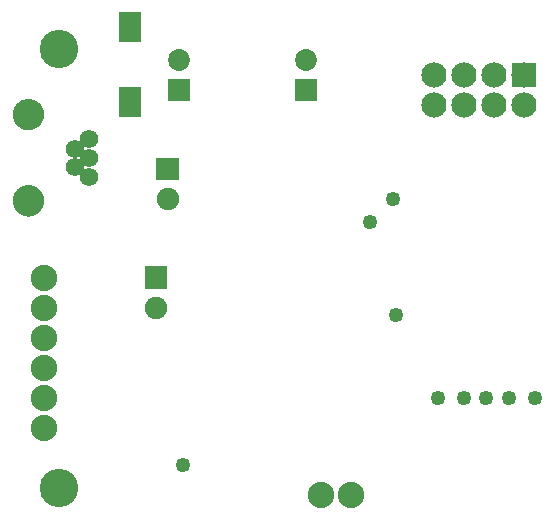
<source format=gbs>
G04 MADE WITH FRITZING*
G04 WWW.FRITZING.ORG*
G04 DOUBLE SIDED*
G04 HOLES PLATED*
G04 CONTOUR ON CENTER OF CONTOUR VECTOR*
%ASAXBY*%
%FSLAX23Y23*%
%MOIN*%
%OFA0B0*%
%SFA1.0B1.0*%
%ADD10C,0.084000*%
%ADD11C,0.049370*%
%ADD12C,0.072992*%
%ADD13C,0.128110*%
%ADD14C,0.061496*%
%ADD15C,0.074803*%
%ADD16C,0.088000*%
%ADD17C,0.075000*%
%ADD18R,0.084000X0.084000*%
%ADD19R,0.072992X0.072992*%
%ADD20R,0.072992X0.100551*%
%ADD21R,0.001000X0.001000*%
%LNMASK0*%
G90*
G70*
G54D10*
X1701Y1415D03*
X1601Y1415D03*
X1501Y1415D03*
X1401Y1415D03*
X1701Y1515D03*
X1601Y1515D03*
X1501Y1515D03*
X1401Y1515D03*
G54D11*
X1739Y440D03*
X1501Y440D03*
X1651Y440D03*
X1577Y439D03*
G54D12*
X551Y1466D03*
X551Y1565D03*
X976Y1466D03*
X976Y1565D03*
G54D11*
X1264Y1102D03*
X1189Y1027D03*
G54D13*
X151Y140D03*
X151Y1602D03*
G54D14*
X251Y1303D03*
X251Y1240D03*
X251Y1177D03*
X204Y1271D03*
X204Y1208D03*
G54D15*
X51Y1096D03*
X51Y1384D03*
G54D11*
X1276Y715D03*
X564Y215D03*
G54D16*
X1126Y115D03*
X1026Y115D03*
X101Y840D03*
X101Y740D03*
X101Y640D03*
X101Y540D03*
X101Y440D03*
X101Y340D03*
G54D11*
X1414Y440D03*
G54D17*
X514Y1102D03*
X514Y1202D03*
X476Y740D03*
X476Y840D03*
G54D18*
X1701Y1515D03*
G54D19*
X551Y1466D03*
X976Y1466D03*
G54D20*
X389Y1427D03*
X389Y1675D03*
G54D21*
X43Y1436D02*
X58Y1436D01*
X38Y1435D02*
X62Y1435D01*
X34Y1434D02*
X66Y1434D01*
X32Y1433D02*
X68Y1433D01*
X29Y1432D02*
X71Y1432D01*
X27Y1431D02*
X73Y1431D01*
X25Y1430D02*
X75Y1430D01*
X24Y1429D02*
X77Y1429D01*
X22Y1428D02*
X78Y1428D01*
X20Y1427D02*
X80Y1427D01*
X19Y1426D02*
X81Y1426D01*
X18Y1425D02*
X83Y1425D01*
X16Y1424D02*
X84Y1424D01*
X15Y1423D02*
X85Y1423D01*
X14Y1422D02*
X86Y1422D01*
X13Y1421D02*
X87Y1421D01*
X12Y1420D02*
X88Y1420D01*
X11Y1419D02*
X89Y1419D01*
X10Y1418D02*
X90Y1418D01*
X10Y1417D02*
X90Y1417D01*
X9Y1416D02*
X91Y1416D01*
X8Y1415D02*
X92Y1415D01*
X8Y1414D02*
X93Y1414D01*
X7Y1413D02*
X93Y1413D01*
X6Y1412D02*
X94Y1412D01*
X6Y1411D02*
X94Y1411D01*
X5Y1410D02*
X95Y1410D01*
X5Y1409D02*
X96Y1409D01*
X4Y1408D02*
X96Y1408D01*
X4Y1407D02*
X97Y1407D01*
X3Y1406D02*
X97Y1406D01*
X3Y1405D02*
X98Y1405D01*
X2Y1404D02*
X98Y1404D01*
X2Y1403D02*
X98Y1403D01*
X1Y1402D02*
X99Y1402D01*
X1Y1401D02*
X99Y1401D01*
X1Y1400D02*
X99Y1400D01*
X0Y1399D02*
X100Y1399D01*
X0Y1398D02*
X100Y1398D01*
X0Y1397D02*
X100Y1397D01*
X0Y1396D02*
X101Y1396D01*
X0Y1395D02*
X101Y1395D01*
X0Y1394D02*
X101Y1394D01*
X0Y1393D02*
X101Y1393D01*
X0Y1392D02*
X101Y1392D01*
X0Y1391D02*
X101Y1391D01*
X0Y1390D02*
X102Y1390D01*
X0Y1389D02*
X102Y1389D01*
X0Y1388D02*
X102Y1388D01*
X0Y1387D02*
X102Y1387D01*
X0Y1386D02*
X102Y1386D01*
X0Y1385D02*
X102Y1385D01*
X0Y1384D02*
X102Y1384D01*
X0Y1383D02*
X102Y1383D01*
X0Y1382D02*
X102Y1382D01*
X0Y1381D02*
X102Y1381D01*
X0Y1380D02*
X102Y1380D01*
X0Y1379D02*
X102Y1379D01*
X0Y1378D02*
X101Y1378D01*
X0Y1377D02*
X101Y1377D01*
X0Y1376D02*
X101Y1376D01*
X0Y1375D02*
X101Y1375D01*
X0Y1374D02*
X101Y1374D01*
X0Y1373D02*
X101Y1373D01*
X0Y1372D02*
X100Y1372D01*
X0Y1371D02*
X100Y1371D01*
X0Y1370D02*
X100Y1370D01*
X1Y1369D02*
X99Y1369D01*
X1Y1368D02*
X99Y1368D01*
X1Y1367D02*
X99Y1367D01*
X2Y1366D02*
X98Y1366D01*
X2Y1365D02*
X98Y1365D01*
X3Y1364D02*
X98Y1364D01*
X3Y1363D02*
X97Y1363D01*
X3Y1362D02*
X97Y1362D01*
X4Y1361D02*
X96Y1361D01*
X4Y1360D02*
X96Y1360D01*
X5Y1359D02*
X95Y1359D01*
X6Y1358D02*
X95Y1358D01*
X6Y1357D02*
X94Y1357D01*
X7Y1356D02*
X93Y1356D01*
X7Y1355D02*
X93Y1355D01*
X8Y1354D02*
X92Y1354D01*
X9Y1353D02*
X91Y1353D01*
X10Y1352D02*
X91Y1352D01*
X10Y1351D02*
X90Y1351D01*
X11Y1350D02*
X89Y1350D01*
X12Y1349D02*
X88Y1349D01*
X13Y1348D02*
X87Y1348D01*
X14Y1347D02*
X86Y1347D01*
X15Y1346D02*
X85Y1346D01*
X16Y1345D02*
X84Y1345D01*
X17Y1344D02*
X83Y1344D01*
X19Y1343D02*
X82Y1343D01*
X20Y1342D02*
X80Y1342D01*
X21Y1341D02*
X79Y1341D01*
X23Y1340D02*
X77Y1340D01*
X25Y1339D02*
X75Y1339D01*
X27Y1338D02*
X73Y1338D01*
X29Y1337D02*
X71Y1337D01*
X31Y1336D02*
X69Y1336D01*
X34Y1335D02*
X66Y1335D01*
X37Y1334D02*
X63Y1334D01*
X41Y1333D02*
X59Y1333D01*
X476Y1240D02*
X550Y1240D01*
X476Y1239D02*
X550Y1239D01*
X476Y1238D02*
X550Y1238D01*
X476Y1237D02*
X550Y1237D01*
X476Y1236D02*
X550Y1236D01*
X476Y1235D02*
X550Y1235D01*
X476Y1234D02*
X550Y1234D01*
X476Y1233D02*
X550Y1233D01*
X476Y1232D02*
X550Y1232D01*
X476Y1231D02*
X550Y1231D01*
X476Y1230D02*
X550Y1230D01*
X476Y1229D02*
X550Y1229D01*
X476Y1228D02*
X550Y1228D01*
X476Y1227D02*
X550Y1227D01*
X476Y1226D02*
X550Y1226D01*
X476Y1225D02*
X550Y1225D01*
X476Y1224D02*
X550Y1224D01*
X476Y1223D02*
X550Y1223D01*
X476Y1222D02*
X550Y1222D01*
X476Y1221D02*
X550Y1221D01*
X476Y1220D02*
X550Y1220D01*
X476Y1219D02*
X550Y1219D01*
X476Y1218D02*
X550Y1218D01*
X476Y1217D02*
X550Y1217D01*
X476Y1216D02*
X550Y1216D01*
X476Y1215D02*
X550Y1215D01*
X476Y1214D02*
X550Y1214D01*
X476Y1213D02*
X550Y1213D01*
X476Y1212D02*
X550Y1212D01*
X476Y1211D02*
X508Y1211D01*
X518Y1211D02*
X550Y1211D01*
X476Y1210D02*
X507Y1210D01*
X520Y1210D02*
X550Y1210D01*
X476Y1209D02*
X506Y1209D01*
X520Y1209D02*
X550Y1209D01*
X476Y1208D02*
X505Y1208D01*
X521Y1208D02*
X550Y1208D01*
X476Y1207D02*
X505Y1207D01*
X522Y1207D02*
X550Y1207D01*
X476Y1206D02*
X504Y1206D01*
X522Y1206D02*
X550Y1206D01*
X476Y1205D02*
X504Y1205D01*
X522Y1205D02*
X550Y1205D01*
X476Y1204D02*
X504Y1204D01*
X523Y1204D02*
X550Y1204D01*
X476Y1203D02*
X504Y1203D01*
X523Y1203D02*
X550Y1203D01*
X476Y1202D02*
X504Y1202D01*
X523Y1202D02*
X550Y1202D01*
X476Y1201D02*
X504Y1201D01*
X522Y1201D02*
X550Y1201D01*
X476Y1200D02*
X505Y1200D01*
X522Y1200D02*
X550Y1200D01*
X476Y1199D02*
X505Y1199D01*
X521Y1199D02*
X550Y1199D01*
X476Y1198D02*
X506Y1198D01*
X521Y1198D02*
X550Y1198D01*
X476Y1197D02*
X506Y1197D01*
X520Y1197D02*
X550Y1197D01*
X476Y1196D02*
X508Y1196D01*
X519Y1196D02*
X550Y1196D01*
X476Y1195D02*
X510Y1195D01*
X517Y1195D02*
X550Y1195D01*
X476Y1194D02*
X550Y1194D01*
X476Y1193D02*
X550Y1193D01*
X476Y1192D02*
X550Y1192D01*
X476Y1191D02*
X550Y1191D01*
X476Y1190D02*
X550Y1190D01*
X476Y1189D02*
X550Y1189D01*
X476Y1188D02*
X550Y1188D01*
X476Y1187D02*
X550Y1187D01*
X476Y1186D02*
X550Y1186D01*
X476Y1185D02*
X550Y1185D01*
X476Y1184D02*
X550Y1184D01*
X476Y1183D02*
X550Y1183D01*
X476Y1182D02*
X550Y1182D01*
X476Y1181D02*
X550Y1181D01*
X476Y1180D02*
X550Y1180D01*
X476Y1179D02*
X550Y1179D01*
X476Y1178D02*
X550Y1178D01*
X476Y1177D02*
X550Y1177D01*
X476Y1176D02*
X550Y1176D01*
X476Y1175D02*
X550Y1175D01*
X476Y1174D02*
X550Y1174D01*
X476Y1173D02*
X550Y1173D01*
X476Y1172D02*
X550Y1172D01*
X476Y1171D02*
X550Y1171D01*
X476Y1170D02*
X550Y1170D01*
X476Y1169D02*
X550Y1169D01*
X476Y1168D02*
X550Y1168D01*
X476Y1167D02*
X550Y1167D01*
X476Y1166D02*
X550Y1166D01*
X44Y1149D02*
X56Y1149D01*
X39Y1148D02*
X61Y1148D01*
X35Y1147D02*
X65Y1147D01*
X32Y1146D02*
X68Y1146D01*
X30Y1145D02*
X70Y1145D01*
X28Y1144D02*
X72Y1144D01*
X26Y1143D02*
X74Y1143D01*
X24Y1142D02*
X76Y1142D01*
X22Y1141D02*
X78Y1141D01*
X21Y1140D02*
X79Y1140D01*
X19Y1139D02*
X81Y1139D01*
X18Y1138D02*
X82Y1138D01*
X17Y1137D02*
X83Y1137D01*
X16Y1136D02*
X85Y1136D01*
X14Y1135D02*
X86Y1135D01*
X13Y1134D02*
X87Y1134D01*
X13Y1133D02*
X88Y1133D01*
X12Y1132D02*
X89Y1132D01*
X11Y1131D02*
X89Y1131D01*
X10Y1130D02*
X90Y1130D01*
X9Y1129D02*
X91Y1129D01*
X8Y1128D02*
X92Y1128D01*
X8Y1127D02*
X92Y1127D01*
X7Y1126D02*
X93Y1126D01*
X6Y1125D02*
X94Y1125D01*
X6Y1124D02*
X94Y1124D01*
X5Y1123D02*
X95Y1123D01*
X5Y1122D02*
X95Y1122D01*
X4Y1121D02*
X96Y1121D01*
X4Y1120D02*
X96Y1120D01*
X3Y1119D02*
X97Y1119D01*
X3Y1118D02*
X97Y1118D01*
X2Y1117D02*
X98Y1117D01*
X2Y1116D02*
X98Y1116D01*
X2Y1115D02*
X99Y1115D01*
X1Y1114D02*
X99Y1114D01*
X1Y1113D02*
X99Y1113D01*
X1Y1112D02*
X100Y1112D01*
X0Y1111D02*
X100Y1111D01*
X0Y1110D02*
X100Y1110D01*
X0Y1109D02*
X100Y1109D01*
X0Y1108D02*
X101Y1108D01*
X0Y1107D02*
X101Y1107D01*
X0Y1106D02*
X101Y1106D01*
X0Y1105D02*
X101Y1105D01*
X0Y1104D02*
X101Y1104D01*
X0Y1103D02*
X102Y1103D01*
X0Y1102D02*
X102Y1102D01*
X0Y1101D02*
X102Y1101D01*
X0Y1100D02*
X102Y1100D01*
X0Y1099D02*
X102Y1099D01*
X0Y1098D02*
X102Y1098D01*
X0Y1097D02*
X102Y1097D01*
X0Y1096D02*
X102Y1096D01*
X0Y1095D02*
X102Y1095D01*
X0Y1094D02*
X102Y1094D01*
X0Y1093D02*
X102Y1093D01*
X0Y1092D02*
X102Y1092D01*
X0Y1091D02*
X102Y1091D01*
X0Y1090D02*
X101Y1090D01*
X0Y1089D02*
X101Y1089D01*
X0Y1088D02*
X101Y1088D01*
X0Y1087D02*
X101Y1087D01*
X0Y1086D02*
X101Y1086D01*
X0Y1085D02*
X100Y1085D01*
X0Y1084D02*
X100Y1084D01*
X0Y1083D02*
X100Y1083D01*
X1Y1082D02*
X100Y1082D01*
X1Y1081D02*
X99Y1081D01*
X1Y1080D02*
X99Y1080D01*
X2Y1079D02*
X98Y1079D01*
X2Y1078D02*
X98Y1078D01*
X2Y1077D02*
X98Y1077D01*
X3Y1076D02*
X97Y1076D01*
X3Y1075D02*
X97Y1075D01*
X4Y1074D02*
X96Y1074D01*
X4Y1073D02*
X96Y1073D01*
X5Y1072D02*
X95Y1072D01*
X5Y1071D02*
X95Y1071D01*
X6Y1070D02*
X94Y1070D01*
X7Y1069D02*
X94Y1069D01*
X7Y1068D02*
X93Y1068D01*
X8Y1067D02*
X92Y1067D01*
X9Y1066D02*
X92Y1066D01*
X9Y1065D02*
X91Y1065D01*
X10Y1064D02*
X90Y1064D01*
X11Y1063D02*
X89Y1063D01*
X12Y1062D02*
X88Y1062D01*
X13Y1061D02*
X87Y1061D01*
X14Y1060D02*
X87Y1060D01*
X15Y1059D02*
X85Y1059D01*
X16Y1058D02*
X84Y1058D01*
X17Y1057D02*
X83Y1057D01*
X18Y1056D02*
X82Y1056D01*
X20Y1055D02*
X81Y1055D01*
X21Y1054D02*
X79Y1054D01*
X23Y1053D02*
X78Y1053D01*
X24Y1052D02*
X76Y1052D01*
X26Y1051D02*
X74Y1051D01*
X28Y1050D02*
X72Y1050D01*
X30Y1049D02*
X70Y1049D01*
X33Y1048D02*
X67Y1048D01*
X36Y1047D02*
X64Y1047D01*
X40Y1046D02*
X60Y1046D01*
X46Y1045D02*
X54Y1045D01*
X439Y878D02*
X513Y878D01*
X439Y877D02*
X513Y877D01*
X439Y876D02*
X513Y876D01*
X439Y875D02*
X513Y875D01*
X439Y874D02*
X513Y874D01*
X439Y873D02*
X513Y873D01*
X439Y872D02*
X513Y872D01*
X439Y871D02*
X513Y871D01*
X439Y870D02*
X513Y870D01*
X439Y869D02*
X513Y869D01*
X439Y868D02*
X513Y868D01*
X439Y867D02*
X513Y867D01*
X439Y866D02*
X513Y866D01*
X439Y865D02*
X513Y865D01*
X439Y864D02*
X513Y864D01*
X439Y863D02*
X513Y863D01*
X439Y862D02*
X513Y862D01*
X439Y861D02*
X513Y861D01*
X439Y860D02*
X513Y860D01*
X439Y859D02*
X513Y859D01*
X439Y858D02*
X513Y858D01*
X439Y857D02*
X513Y857D01*
X439Y856D02*
X513Y856D01*
X439Y855D02*
X513Y855D01*
X439Y854D02*
X513Y854D01*
X439Y853D02*
X513Y853D01*
X439Y852D02*
X513Y852D01*
X439Y851D02*
X513Y851D01*
X439Y850D02*
X513Y850D01*
X439Y849D02*
X472Y849D01*
X480Y849D02*
X513Y849D01*
X439Y848D02*
X470Y848D01*
X482Y848D02*
X513Y848D01*
X439Y847D02*
X469Y847D01*
X483Y847D02*
X513Y847D01*
X439Y846D02*
X468Y846D01*
X483Y846D02*
X513Y846D01*
X439Y845D02*
X467Y845D01*
X484Y845D02*
X513Y845D01*
X439Y844D02*
X467Y844D01*
X484Y844D02*
X513Y844D01*
X439Y843D02*
X467Y843D01*
X485Y843D02*
X513Y843D01*
X439Y842D02*
X466Y842D01*
X485Y842D02*
X513Y842D01*
X439Y841D02*
X466Y841D01*
X485Y841D02*
X513Y841D01*
X439Y840D02*
X466Y840D01*
X485Y840D02*
X513Y840D01*
X439Y839D02*
X467Y839D01*
X485Y839D02*
X513Y839D01*
X439Y838D02*
X467Y838D01*
X485Y838D02*
X513Y838D01*
X439Y837D02*
X467Y837D01*
X484Y837D02*
X513Y837D01*
X439Y836D02*
X468Y836D01*
X484Y836D02*
X513Y836D01*
X439Y835D02*
X469Y835D01*
X483Y835D02*
X513Y835D01*
X439Y834D02*
X470Y834D01*
X482Y834D02*
X513Y834D01*
X439Y833D02*
X471Y833D01*
X480Y833D02*
X513Y833D01*
X439Y832D02*
X513Y832D01*
X439Y831D02*
X513Y831D01*
X439Y830D02*
X513Y830D01*
X439Y829D02*
X513Y829D01*
X439Y828D02*
X513Y828D01*
X439Y827D02*
X513Y827D01*
X439Y826D02*
X513Y826D01*
X439Y825D02*
X513Y825D01*
X439Y824D02*
X513Y824D01*
X439Y823D02*
X513Y823D01*
X439Y822D02*
X513Y822D01*
X439Y821D02*
X513Y821D01*
X439Y820D02*
X513Y820D01*
X439Y819D02*
X513Y819D01*
X439Y818D02*
X513Y818D01*
X439Y817D02*
X513Y817D01*
X439Y816D02*
X513Y816D01*
X439Y815D02*
X513Y815D01*
X439Y814D02*
X513Y814D01*
X439Y813D02*
X513Y813D01*
X439Y812D02*
X513Y812D01*
X439Y811D02*
X513Y811D01*
X439Y810D02*
X513Y810D01*
X439Y809D02*
X513Y809D01*
X439Y808D02*
X513Y808D01*
X439Y807D02*
X513Y807D01*
X439Y806D02*
X513Y806D01*
X439Y805D02*
X513Y805D01*
X439Y804D02*
X513Y804D01*
D02*
G04 End of Mask0*
M02*
</source>
